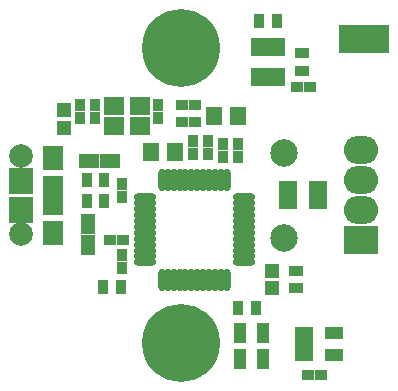
<source format=gbr>
G04 #@! TF.FileFunction,Soldermask,Top*
%FSLAX46Y46*%
G04 Gerber Fmt 4.6, Leading zero omitted, Abs format (unit mm)*
G04 Created by KiCad (PCBNEW 4.0.1-stable) date 2/26/2016 3:51:48 AM*
%MOMM*%
G01*
G04 APERTURE LIST*
%ADD10C,0.100000*%
%ADD11R,1.150000X1.200000*%
%ADD12R,0.900000X1.000000*%
%ADD13R,1.400000X1.650000*%
%ADD14R,1.000000X0.900000*%
%ADD15R,1.162000X1.670000*%
%ADD16R,1.670000X1.162000*%
%ADD17R,1.492200X1.187400*%
%ADD18C,2.330400*%
%ADD19R,1.300000X0.900000*%
%ADD20R,0.900000X1.300000*%
%ADD21R,1.100000X1.700000*%
%ADD22R,1.020000X1.620000*%
%ADD23O,1.900000X0.650000*%
%ADD24O,0.650000X1.900000*%
%ADD25R,2.900000X2.400000*%
%ADD26O,2.900000X2.400000*%
%ADD27R,1.620000X1.020000*%
%ADD28C,6.600000*%
%ADD29R,2.000000X2.300000*%
%ADD30C,2.000000*%
%ADD31R,1.750000X0.800000*%
%ADD32R,1.800000X2.000000*%
%ADD33R,4.200000X2.430000*%
%ADD34R,1.800000X1.600000*%
G04 APERTURE END LIST*
D10*
D11*
X132080000Y-103493000D03*
X132080000Y-101993000D03*
D12*
X143002000Y-104606000D03*
X143002000Y-105706000D03*
D11*
X149733000Y-117082000D03*
X149733000Y-115582000D03*
D13*
X139462000Y-105537000D03*
X141462000Y-105537000D03*
D12*
X140081000Y-102658000D03*
X140081000Y-101558000D03*
X145542000Y-105960000D03*
X145542000Y-104860000D03*
D13*
X146796000Y-102489000D03*
X144796000Y-102489000D03*
D12*
X144272000Y-105706000D03*
X144272000Y-104606000D03*
X146812000Y-105960000D03*
X146812000Y-104860000D03*
X137033000Y-109389000D03*
X137033000Y-108289000D03*
X134747000Y-101558000D03*
X134747000Y-102658000D03*
X137033000Y-114258000D03*
X137033000Y-115358000D03*
D14*
X135975000Y-113030000D03*
X137075000Y-113030000D03*
D15*
X134112000Y-111633000D03*
X134112000Y-113411000D03*
D16*
X134239000Y-106299000D03*
X136017000Y-106299000D03*
D17*
X151028400Y-108623100D03*
X153619200Y-108623100D03*
X153619200Y-109816900D03*
X151028400Y-109816900D03*
D18*
X150723600Y-112801400D03*
X150723600Y-105638600D03*
D12*
X133477000Y-101558000D03*
X133477000Y-102658000D03*
D14*
X142071000Y-102997000D03*
X143171000Y-102997000D03*
X142071000Y-101600000D03*
X143171000Y-101600000D03*
D19*
X152273000Y-97167000D03*
X152273000Y-98667000D03*
D20*
X150102000Y-94488000D03*
X148602000Y-94488000D03*
X146824000Y-118745000D03*
X148324000Y-118745000D03*
X133997000Y-107950000D03*
X135497000Y-107950000D03*
X133997000Y-109728000D03*
X135497000Y-109728000D03*
D19*
X151765000Y-117082000D03*
X151765000Y-115582000D03*
D20*
X135382000Y-116967000D03*
X136882000Y-116967000D03*
D21*
X147005000Y-120904000D03*
X148905000Y-120904000D03*
X147005000Y-123063000D03*
X148905000Y-123063000D03*
D22*
X150302000Y-96617000D03*
X149352000Y-96617000D03*
X148402000Y-96617000D03*
X150302000Y-99217000D03*
X149352000Y-99217000D03*
X148402000Y-99217000D03*
D23*
X138920000Y-109391000D03*
X138920000Y-109891000D03*
X138920000Y-110391000D03*
X138920000Y-110891000D03*
X138920000Y-111391000D03*
X138920000Y-111891000D03*
X138920000Y-112391000D03*
X138920000Y-112891000D03*
X138920000Y-113391000D03*
X138920000Y-113891000D03*
X138920000Y-114391000D03*
X138920000Y-114891000D03*
D24*
X140370000Y-116341000D03*
X140870000Y-116341000D03*
X141370000Y-116341000D03*
X141870000Y-116341000D03*
X142370000Y-116341000D03*
X142870000Y-116341000D03*
X143370000Y-116341000D03*
X143870000Y-116341000D03*
X144370000Y-116341000D03*
X144870000Y-116341000D03*
X145370000Y-116341000D03*
X145870000Y-116341000D03*
D23*
X147320000Y-114891000D03*
X147320000Y-114391000D03*
X147320000Y-113891000D03*
X147320000Y-113391000D03*
X147320000Y-112891000D03*
X147320000Y-112391000D03*
X147320000Y-111891000D03*
X147320000Y-111391000D03*
X147320000Y-110891000D03*
X147320000Y-110391000D03*
X147320000Y-109891000D03*
X147320000Y-109391000D03*
D24*
X145870000Y-107941000D03*
X145370000Y-107941000D03*
X144870000Y-107941000D03*
X144370000Y-107941000D03*
X143870000Y-107941000D03*
X143370000Y-107941000D03*
X142870000Y-107941000D03*
X142370000Y-107941000D03*
X141870000Y-107941000D03*
X141370000Y-107941000D03*
X140870000Y-107941000D03*
X140370000Y-107941000D03*
D25*
X157226000Y-113030000D03*
D26*
X157226000Y-110490000D03*
X157226000Y-107950000D03*
X157226000Y-105410000D03*
D27*
X152370000Y-120843000D03*
X152370000Y-121793000D03*
X152370000Y-122743000D03*
X154970000Y-120843000D03*
X154970000Y-122743000D03*
D14*
X152739000Y-124460000D03*
X153839000Y-124460000D03*
D28*
X142011400Y-121691400D03*
X142011400Y-96748600D03*
D29*
X128473200Y-108020000D03*
X128473200Y-110420000D03*
D30*
X128473200Y-105920000D03*
X128473200Y-112520000D03*
D31*
X131148200Y-109220000D03*
X131148200Y-109870000D03*
X131148200Y-110520000D03*
X131148200Y-108570000D03*
X131148200Y-107920000D03*
D32*
X131148200Y-106020000D03*
X131148200Y-112420000D03*
D14*
X152950000Y-100076000D03*
X151850000Y-100076000D03*
D33*
X157480000Y-96012000D03*
D34*
X136314000Y-103339000D03*
X138514000Y-103339000D03*
X138514000Y-101639000D03*
X136314000Y-101639000D03*
M02*

</source>
